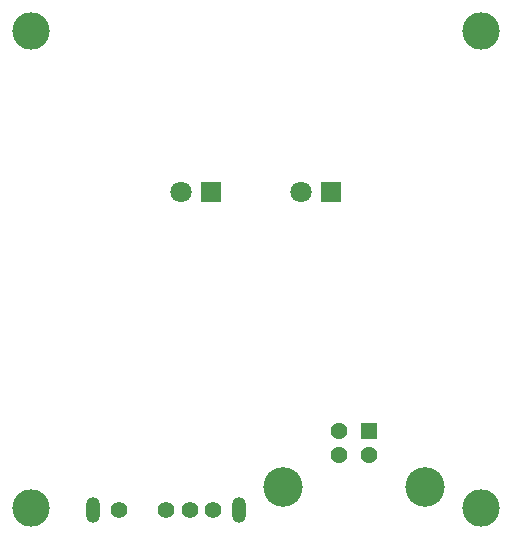
<source format=gbr>
%TF.GenerationSoftware,KiCad,Pcbnew,6.0.9-8da3e8f707~117~ubuntu20.04.1*%
%TF.CreationDate,2023-02-01T20:13:31-08:00*%
%TF.ProjectId,PiE_team_flag,5069455f-7465-4616-9d5f-666c61672e6b,rev?*%
%TF.SameCoordinates,Original*%
%TF.FileFunction,Soldermask,Bot*%
%TF.FilePolarity,Negative*%
%FSLAX46Y46*%
G04 Gerber Fmt 4.6, Leading zero omitted, Abs format (unit mm)*
G04 Created by KiCad (PCBNEW 6.0.9-8da3e8f707~117~ubuntu20.04.1) date 2023-02-01 20:13:31*
%MOMM*%
%LPD*%
G01*
G04 APERTURE LIST*
%ADD10C,1.400000*%
%ADD11O,1.200000X2.200000*%
%ADD12R,1.428000X1.428000*%
%ADD13C,1.428000*%
%ADD14C,3.346000*%
%ADD15C,3.175000*%
%ADD16C,1.800000*%
%ADD17R,1.800000X1.800000*%
G04 APERTURE END LIST*
D10*
%TO.C,SW1*%
X150940000Y-127000000D03*
X154940000Y-127000000D03*
X156940000Y-127000000D03*
X158940000Y-127000000D03*
D11*
X161090000Y-127000000D03*
X148790000Y-127000000D03*
%TD*%
D12*
%TO.C,J1*%
X172090400Y-120334200D03*
D13*
X169590400Y-120334200D03*
X169590400Y-122334200D03*
X172090400Y-122334200D03*
D14*
X164820400Y-125044200D03*
X176860400Y-125044200D03*
%TD*%
D15*
%TO.C,REF\u002A\u002A*%
X181610000Y-86487000D03*
%TD*%
D16*
%TO.C,LED2*%
X166370000Y-100126800D03*
D17*
X168910000Y-100126800D03*
%TD*%
D15*
%TO.C,REF\u002A\u002A*%
X143510000Y-86487000D03*
%TD*%
%TO.C,REF\u002A\u002A*%
X181610000Y-126873000D03*
%TD*%
D17*
%TO.C,LED1*%
X158750000Y-100126800D03*
D16*
X156210000Y-100126800D03*
%TD*%
D15*
%TO.C,REF\u002A\u002A*%
X143510000Y-126873000D03*
%TD*%
M02*

</source>
